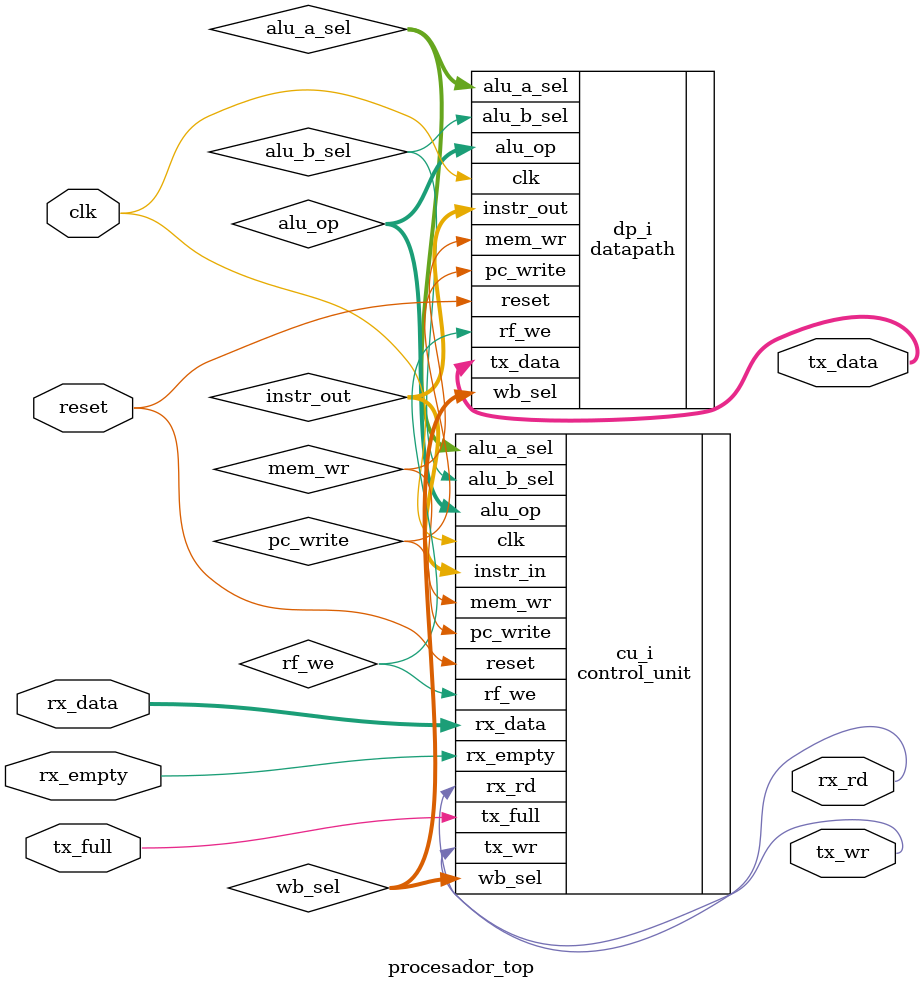
<source format=v>
`timescale 1ns / 1ps

module procesador_top #(
    parameter DATA_W = 8,
    parameter NB_OP  = 6
)(
    input  wire clk, reset,

    // --- Interfaz con FIFOs UART ---
    input  wire [DATA_W-1:0] rx_data,   // Dato desde FIFO RX
    input  wire              rx_empty,  // FIFO RX esta vacio?
    output wire              rx_rd,     // Pulso de lectura para FIFO RX

    input  wire              tx_full,   // FIFO TX esta lleno?
    output wire              tx_wr,     // Pulso de escritura para FIFO TX
    output wire [DATA_W-1:0] tx_data    // Dato hacia FIFO TX
);

    // --- Senales de Control (Cerebro -> Musculos) ---
    wire            pc_write;
    wire            rf_we;
    wire [1:0]      alu_a_sel;
    wire            alu_b_sel;
    wire [NB_OP-1:0] alu_op;
    wire            mem_wr;
    wire [1:0]      wb_sel;

    // --- Senales de Estado (Musculos -> Cerebro) ---
    wire [31:0] instr_out;

    // --- Instanciacion de los modulos principales ---

    // 1. La Unidad de Control (El Cerebro)
    control_unit #(
        .DATA_W(DATA_W),
        .NB_OP(NB_OP)
    ) cu_i (
        .clk(clk), .reset(reset),
        .instr_in(instr_out),        // Recibe la instruccion actual desde el datapath

        // Senales de control generadas
        .pc_write(pc_write),
        .rf_we(rf_we),
        .alu_a_sel(alu_a_sel),
        .alu_b_sel(alu_b_sel),
        .alu_op(alu_op),
        .mem_wr(mem_wr),
        .wb_sel(wb_sel),

        // Comunicacion con UART para cargar programa
        .rx_data(rx_data),
        .rx_empty(rx_empty),
        .rx_rd(rx_rd),
        .tx_full(tx_full),
        .tx_wr(tx_wr)
    );

    // 2. El Datapath (Los Musculos)
    datapath #(
        .DATA_W(DATA_W),
        .NB_OP(NB_OP)
    ) dp_i (
        .clk(clk), .reset(reset),

        // Senales de control recibidas
        .pc_write(pc_write),
        .rf_we(rf_we),
        .alu_a_sel(alu_a_sel),
        .alu_b_sel(alu_b_sel),
        .alu_op(alu_op),
        .mem_wr(mem_wr),
        .wb_sel(wb_sel),

        // Salidas hacia el exterior
        .instr_out(instr_out),       // Instruccion actual para la Control Unit
        .tx_data(tx_data)            // Resultado final para el FIFO TX
    );

endmodule

</source>
